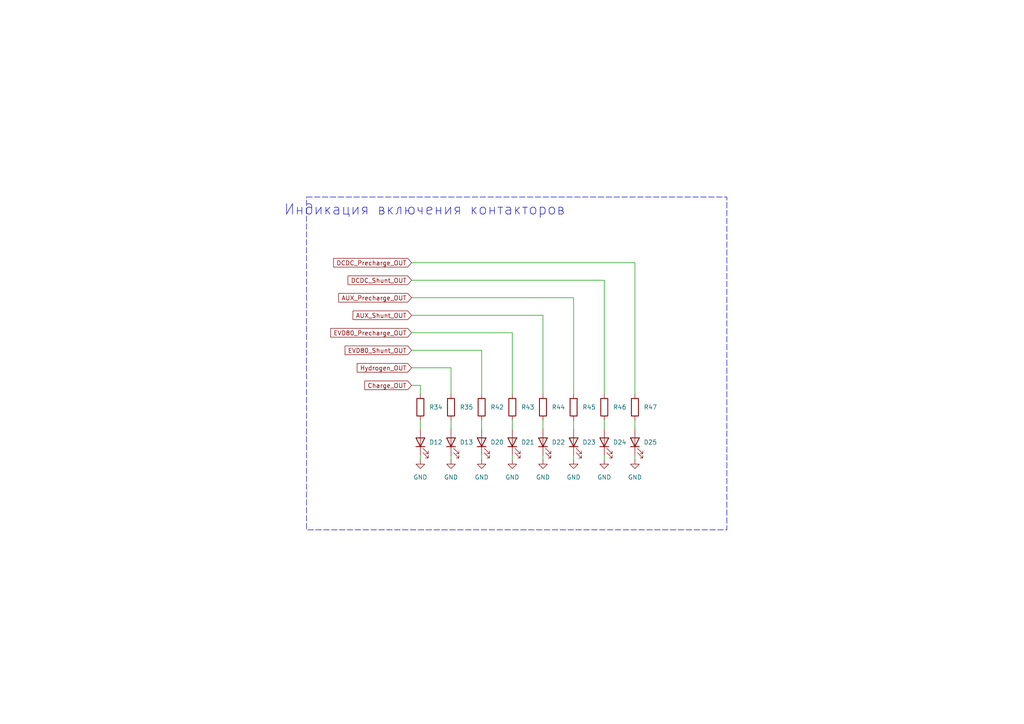
<source format=kicad_sch>
(kicad_sch (version 20231120) (generator "eeschema") (generator_version "8.0")
  (paper "A4")
  (lib_symbols
    (symbol "Device:LED" (pin_numbers hide) (pin_names (offset 1.016) hide)
      (property "Reference" "D" (at 0 2.54 0))
      (property "Value" "LED" (at 0 -2.54 0))
      (symbol "LED_0_1"
        (polyline (pts (xy -1.27 -1.27) (xy -1.27 1.27)) (stroke (width 0.254)))
        (polyline (pts (xy -1.27 0) (xy 1.27 0)))
        (polyline (pts (xy 1.27 -1.27) (xy 1.27 1.27) (xy -1.27 0) (xy 1.27 -1.27)) (stroke (width 0.254)))
        (polyline (pts (xy -3.048 -0.762) (xy -4.572 -2.286) (xy -3.81 -2.286) (xy -4.572 -2.286) (xy -4.572 -1.524)))
        (polyline (pts (xy -1.778 -0.762) (xy -3.302 -2.286) (xy -2.54 -2.286) (xy -3.302 -2.286) (xy -3.302 -1.524)))
      )
      (symbol "LED_1_1"
        (pin passive line (at -3.81 0 0) (length 2.54) (name "K") (number "1"))
        (pin passive line (at 3.81 0 180) (length 2.54) (name "A") (number "2"))
      )
    )
    (symbol "Device:R" (pin_numbers hide) (pin_names (offset 0))
      (property "Reference" "R" (at 2.032 0 90))
      (property "Value" "R" (at 0 0 90))
      (symbol "R_0_1"
        (rectangle (start -1.016 -2.54) (end 1.016 2.54) (stroke (width 0.254)))
      )
      (symbol "R_1_1"
        (pin passive line (at 0 3.81 270) (length 1.27) (name "~") (number "1"))
        (pin passive line (at 0 -3.81 90) (length 1.27) (name "~") (number "2"))
      )
    )
    (symbol "power:GND" (power) (pin_numbers hide) (pin_names (offset 0) hide)
      (property "Value" "GND" (at 0 -3.81 0))
      (symbol "GND_0_1"
        (polyline (pts (xy 0 0) (xy 0 -1.27) (xy 1.27 -1.27) (xy 0 -2.54) (xy -1.27 -1.27) (xy 0 -1.27)))
      )
      (symbol "GND_1_1"
        (pin power_in line (at 0 0 270) (length 0) (name "~") (number "1"))
      )
    )
  )
  (wire (pts (xy 119.38 91.44) (xy 157.48 91.44)))
  (wire (pts (xy 166.37 86.36) (xy 166.37 114.3)))
  (wire (pts (xy 166.37 133.35) (xy 166.37 132.08)))
  (wire (pts (xy 184.15 133.35) (xy 184.15 132.08)))
  (wire (pts (xy 139.7 101.6) (xy 139.7 114.3)))
  (wire (pts (xy 184.15 76.2) (xy 184.15 114.3)))
  (wire (pts (xy 148.59 96.52) (xy 148.59 114.3)))
  (wire (pts (xy 166.37 121.92) (xy 166.37 124.46)))
  (wire (pts (xy 175.26 133.35) (xy 175.26 132.08)))
  (wire (pts (xy 157.48 133.35) (xy 157.48 132.08)))
  (wire (pts (xy 119.38 111.76) (xy 121.92 111.76)))
  (wire (pts (xy 119.38 76.2) (xy 184.15 76.2)))
  (wire (pts (xy 157.48 121.92) (xy 157.48 124.46)))
  (wire (pts (xy 121.92 121.92) (xy 121.92 124.46)))
  (wire (pts (xy 130.81 133.35) (xy 130.81 132.08)))
  (wire (pts (xy 121.92 111.76) (xy 121.92 114.3)))
  (wire (pts (xy 139.7 121.92) (xy 139.7 124.46)))
  (wire (pts (xy 130.81 106.68) (xy 130.81 114.3)))
  (wire (pts (xy 139.7 133.35) (xy 139.7 132.08)))
  (wire (pts (xy 119.38 86.36) (xy 166.37 86.36)))
  (wire (pts (xy 121.92 133.35) (xy 121.92 132.08)))
  (wire (pts (xy 175.26 81.28) (xy 175.26 114.3)))
  (wire (pts (xy 175.26 121.92) (xy 175.26 124.46)))
  (wire (pts (xy 130.81 121.92) (xy 130.81 124.46)))
  (wire (pts (xy 119.38 96.52) (xy 148.59 96.52)))
  (wire (pts (xy 148.59 133.35) (xy 148.59 132.08)))
  (wire (pts (xy 119.38 106.68) (xy 130.81 106.68)))
  (wire (pts (xy 157.48 91.44) (xy 157.48 114.3)))
  (wire (pts (xy 119.38 81.28) (xy 175.26 81.28)))
  (wire (pts (xy 184.15 121.92) (xy 184.15 124.46)))
  (wire (pts (xy 148.59 121.92) (xy 148.59 124.46)))
  (wire (pts (xy 119.38 101.6) (xy 139.7 101.6)))
  (rectangle (start 88.9 57.15) (end 210.82 153.67) (stroke (width 0) (type dash)))
  (text "Индикация включения контакторов" (at 123.19 60.96 0) (effects (font (size 3 3))))
  (global_label "Hydrogen_OUT" (shape input) (at 119.38 106.68 180) (property "Intersheetrefs" "${INTERSHEET_REFS}" (effects (hide yes))))
  (global_label "DCDC_Precharge_OUT" (shape input) (at 119.38 76.2 180) (property "Intersheetrefs" "${INTERSHEET_REFS}" (effects (hide yes))))
  (global_label "DCDC_Shunt_OUT" (shape input) (at 119.38 81.28 180) (property "Intersheetrefs" "${INTERSHEET_REFS}" (effects (hide yes))))
  (global_label "AUX_Precharge_OUT" (shape input) (at 119.38 86.36 180) (property "Intersheetrefs" "${INTERSHEET_REFS}" (effects (hide yes))))
  (global_label "EVD80_Precharge_OUT" (shape input) (at 119.38 96.52 180) (property "Intersheetrefs" "${INTERSHEET_REFS}" (effects (hide yes))))
  (global_label "Charge_OUT" (shape input) (at 119.38 111.76 180) (property "Intersheetrefs" "${INTERSHEET_REFS}" (effects (hide yes))))
  (global_label "AUX_Shunt_OUT" (shape input) (at 119.38 91.44 180) (property "Intersheetrefs" "${INTERSHEET_REFS}" (effects (hide yes))))
  (global_label "EVD80_Shunt_OUT" (shape input) (at 119.38 101.6 180) (property "Intersheetrefs" "${INTERSHEET_REFS}" (effects (hide yes))))
  (symbol (lib_id "Device:LED") (at 166.37 128.27 90) (unit 1)
    (property "Reference" "D23" (at 168.91 128.27 90) (effects (justify right)))
    (property "Value" "LED" (effects (hide yes)))
    (property "Description" "Light emitting diode" (effects (hide yes)))
  )
  (symbol (lib_id "Device:R") (at 130.81 118.11 0) (unit 1)
    (property "Reference" "R35" (at 133.35 118.11 0) (effects (justify left)))
    (property "Value" "R" (effects (hide yes)))
    (property "Description" "Resistor" (effects (hide yes)))
  )
  (symbol (lib_id "power:GND") (at 121.92 133.35 0) (unit 1)
    (property "Reference" "#PWR057" (effects (hide yes)))
    (property "Value" "GND" (at 121.92 138.43 0))
    (property "Description" "Power symbol creates a global label with name \"GND\" , ground" (effects (hide yes)))
  )
  (symbol (lib_id "Device:R") (at 139.7 118.11 0) (unit 1)
    (property "Reference" "R42" (at 142.24 118.11 0) (effects (justify left)))
    (property "Value" "R" (effects (hide yes)))
    (property "Description" "Resistor" (effects (hide yes)))
  )
  (symbol (lib_id "Device:R") (at 121.92 118.11 0) (unit 1)
    (property "Reference" "R34" (at 124.46 118.11 0) (effects (justify left)))
    (property "Value" "R" (effects (hide yes)))
    (property "Description" "Resistor" (effects (hide yes)))
  )
  (symbol (lib_id "power:GND") (at 139.7 133.35 0) (unit 1)
    (property "Reference" "#PWR065" (effects (hide yes)))
    (property "Value" "GND" (at 139.7 138.43 0))
    (property "Description" "Power symbol creates a global label with name \"GND\" , ground" (effects (hide yes)))
  )
  (symbol (lib_id "power:GND") (at 148.59 133.35 0) (unit 1)
    (property "Reference" "#PWR066" (effects (hide yes)))
    (property "Value" "GND" (at 148.59 138.43 0))
    (property "Description" "Power symbol creates a global label with name \"GND\" , ground" (effects (hide yes)))
  )
  (symbol (lib_id "power:GND") (at 184.15 133.35 0) (unit 1)
    (property "Reference" "#PWR070" (effects (hide yes)))
    (property "Value" "GND" (at 184.15 138.43 0))
    (property "Description" "Power symbol creates a global label with name \"GND\" , ground" (effects (hide yes)))
  )
  (symbol (lib_id "Device:LED") (at 148.59 128.27 90) (unit 1)
    (property "Reference" "D21" (at 151.13 128.27 90) (effects (justify right)))
    (property "Value" "LED" (effects (hide yes)))
    (property "Description" "Light emitting diode" (effects (hide yes)))
  )
  (symbol (lib_id "power:GND") (at 157.48 133.35 0) (unit 1)
    (property "Reference" "#PWR067" (effects (hide yes)))
    (property "Value" "GND" (at 157.48 138.43 0))
    (property "Description" "Power symbol creates a global label with name \"GND\" , ground" (effects (hide yes)))
  )
  (symbol (lib_id "Device:R") (at 148.59 118.11 0) (unit 1)
    (property "Reference" "R43" (at 151.13 118.11 0) (effects (justify left)))
    (property "Value" "R" (effects (hide yes)))
    (property "Description" "Resistor" (effects (hide yes)))
  )
  (symbol (lib_id "Device:LED") (at 175.26 128.27 90) (unit 1)
    (property "Reference" "D24" (at 177.8 128.27 90) (effects (justify right)))
    (property "Value" "LED" (effects (hide yes)))
    (property "Description" "Light emitting diode" (effects (hide yes)))
  )
  (symbol (lib_id "power:GND") (at 166.37 133.35 0) (unit 1)
    (property "Reference" "#PWR068" (effects (hide yes)))
    (property "Value" "GND" (at 166.37 138.43 0))
    (property "Description" "Power symbol creates a global label with name \"GND\" , ground" (effects (hide yes)))
  )
  (symbol (lib_id "Device:LED") (at 139.7 128.27 90) (unit 1)
    (property "Reference" "D20" (at 142.24 128.27 90) (effects (justify right)))
    (property "Value" "LED" (effects (hide yes)))
    (property "Description" "Light emitting diode" (effects (hide yes)))
  )
  (symbol (lib_id "Device:LED") (at 130.81 128.27 90) (unit 1)
    (property "Reference" "D13" (at 133.35 128.27 90) (effects (justify right)))
    (property "Value" "LED" (effects (hide yes)))
    (property "Description" "Light emitting diode" (effects (hide yes)))
  )
  (symbol (lib_id "Device:R") (at 184.15 118.11 0) (unit 1)
    (property "Reference" "R47" (at 186.69 118.11 0) (effects (justify left)))
    (property "Value" "R" (effects (hide yes)))
    (property "Description" "Resistor" (effects (hide yes)))
  )
  (symbol (lib_id "Device:R") (at 166.37 118.11 0) (unit 1)
    (property "Reference" "R45" (at 168.91 118.11 0) (effects (justify left)))
    (property "Value" "R" (effects (hide yes)))
    (property "Description" "Resistor" (effects (hide yes)))
  )
  (symbol (lib_id "Device:LED") (at 121.92 128.27 90) (unit 1)
    (property "Reference" "D12" (at 124.46 128.27 90) (effects (justify right)))
    (property "Value" "LED" (effects (hide yes)))
    (property "Description" "Light emitting diode" (effects (hide yes)))
  )
  (symbol (lib_id "power:GND") (at 175.26 133.35 0) (unit 1)
    (property "Reference" "#PWR069" (effects (hide yes)))
    (property "Value" "GND" (at 175.26 138.43 0))
    (property "Description" "Power symbol creates a global label with name \"GND\" , ground" (effects (hide yes)))
  )
  (symbol (lib_id "Device:LED") (at 184.15 128.27 90) (unit 1)
    (property "Reference" "D25" (at 186.69 128.27 90) (effects (justify right)))
    (property "Value" "LED" (effects (hide yes)))
    (property "Description" "Light emitting diode" (effects (hide yes)))
  )
  (symbol (lib_id "power:GND") (at 130.81 133.35 0) (unit 1)
    (property "Reference" "#PWR058" (effects (hide yes)))
    (property "Value" "GND" (at 130.81 138.43 0))
    (property "Description" "Power symbol creates a global label with name \"GND\" , ground" (effects (hide yes)))
  )
  (symbol (lib_id "Device:R") (at 157.48 118.11 0) (unit 1)
    (property "Reference" "R44" (at 160.02 118.11 0) (effects (justify left)))
    (property "Value" "R" (effects (hide yes)))
    (property "Description" "Resistor" (effects (hide yes)))
  )
  (symbol (lib_id "Device:R") (at 175.26 118.11 0) (unit 1)
    (property "Reference" "R46" (at 177.8 118.11 0) (effects (justify left)))
    (property "Value" "R" (effects (hide yes)))
    (property "Description" "Resistor" (effects (hide yes)))
  )
  (symbol (lib_id "Device:LED") (at 157.48 128.27 90) (unit 1)
    (property "Reference" "D22" (at 160.02 128.27 90) (effects (justify right)))
    (property "Value" "LED" (effects (hide yes)))
    (property "Description" "Light emitting diode" (effects (hide yes)))
  )
)
</source>
